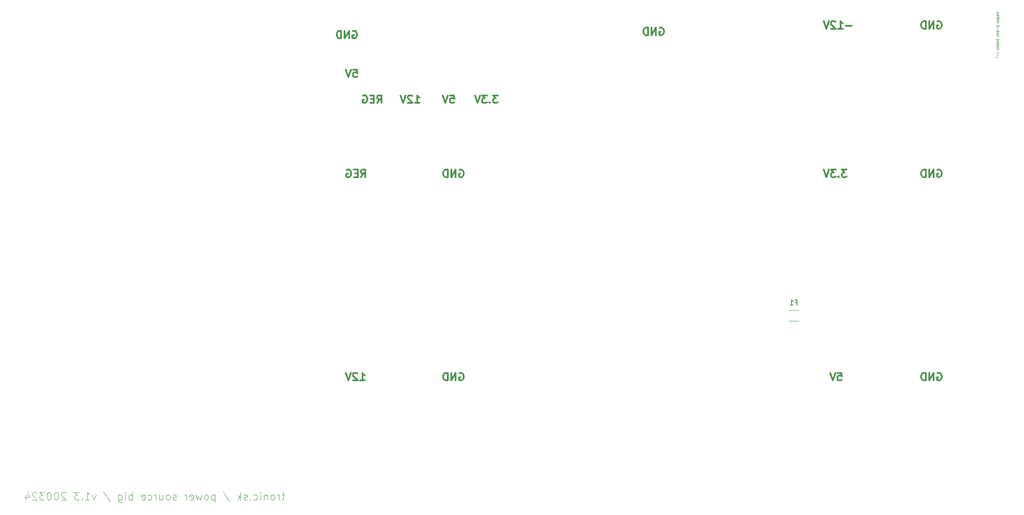
<source format=gbo>
G04 #@! TF.FileFunction,Legend,Bot*
%FSLAX46Y46*%
G04 Gerber Fmt 4.6, Leading zero omitted, Abs format (unit mm)*
G04 Created by KiCad (PCBNEW 4.0.7) date 03/24/20 22:25:04*
%MOMM*%
%LPD*%
G01*
G04 APERTURE LIST*
%ADD10C,0.100000*%
%ADD11C,0.300000*%
%ADD12C,0.125000*%
%ADD13C,0.120000*%
%ADD14C,0.150000*%
G04 APERTURE END LIST*
D10*
X271879190Y-26257811D02*
X271379190Y-26257811D01*
X271879190Y-26472096D02*
X271617286Y-26472096D01*
X271569667Y-26448287D01*
X271545857Y-26400668D01*
X271545857Y-26329239D01*
X271569667Y-26281620D01*
X271593476Y-26257811D01*
X271879190Y-26924477D02*
X271617286Y-26924477D01*
X271569667Y-26900668D01*
X271545857Y-26853049D01*
X271545857Y-26757811D01*
X271569667Y-26710192D01*
X271855381Y-26924477D02*
X271879190Y-26876858D01*
X271879190Y-26757811D01*
X271855381Y-26710192D01*
X271807762Y-26686382D01*
X271760143Y-26686382D01*
X271712524Y-26710192D01*
X271688714Y-26757811D01*
X271688714Y-26876858D01*
X271664905Y-26924477D01*
X271545857Y-27162573D02*
X272045857Y-27162573D01*
X271569667Y-27162573D02*
X271545857Y-27210192D01*
X271545857Y-27305430D01*
X271569667Y-27353049D01*
X271593476Y-27376858D01*
X271641095Y-27400668D01*
X271783952Y-27400668D01*
X271831571Y-27376858D01*
X271855381Y-27353049D01*
X271879190Y-27305430D01*
X271879190Y-27210192D01*
X271855381Y-27162573D01*
X271545857Y-27614954D02*
X272045857Y-27614954D01*
X271569667Y-27614954D02*
X271545857Y-27662573D01*
X271545857Y-27757811D01*
X271569667Y-27805430D01*
X271593476Y-27829239D01*
X271641095Y-27853049D01*
X271783952Y-27853049D01*
X271831571Y-27829239D01*
X271855381Y-27805430D01*
X271879190Y-27757811D01*
X271879190Y-27662573D01*
X271855381Y-27614954D01*
X271545857Y-28019716D02*
X271879190Y-28138763D01*
X271545857Y-28257811D02*
X271879190Y-28138763D01*
X271998238Y-28091144D01*
X272022048Y-28067335D01*
X272045857Y-28019716D01*
X271879190Y-28829239D02*
X271379190Y-28829239D01*
X271569667Y-28829239D02*
X271545857Y-28876858D01*
X271545857Y-28972096D01*
X271569667Y-29019715D01*
X271593476Y-29043524D01*
X271641095Y-29067334D01*
X271783952Y-29067334D01*
X271831571Y-29043524D01*
X271855381Y-29019715D01*
X271879190Y-28972096D01*
X271879190Y-28876858D01*
X271855381Y-28829239D01*
X271688714Y-29281620D02*
X271688714Y-29662572D01*
X271879190Y-30114953D02*
X271379190Y-30114953D01*
X271855381Y-30114953D02*
X271879190Y-30067334D01*
X271879190Y-29972096D01*
X271855381Y-29924477D01*
X271831571Y-29900668D01*
X271783952Y-29876858D01*
X271641095Y-29876858D01*
X271593476Y-29900668D01*
X271569667Y-29924477D01*
X271545857Y-29972096D01*
X271545857Y-30067334D01*
X271569667Y-30114953D01*
X271879190Y-30567334D02*
X271617286Y-30567334D01*
X271569667Y-30543525D01*
X271545857Y-30495906D01*
X271545857Y-30400668D01*
X271569667Y-30353049D01*
X271855381Y-30567334D02*
X271879190Y-30519715D01*
X271879190Y-30400668D01*
X271855381Y-30353049D01*
X271807762Y-30329239D01*
X271760143Y-30329239D01*
X271712524Y-30353049D01*
X271688714Y-30400668D01*
X271688714Y-30519715D01*
X271664905Y-30567334D01*
X271545857Y-30757811D02*
X271879190Y-30876858D01*
X271545857Y-30995906D02*
X271879190Y-30876858D01*
X271998238Y-30829239D01*
X272022048Y-30805430D01*
X272045857Y-30757811D01*
X271879190Y-31567334D02*
X271379190Y-31567334D01*
X271379190Y-31686381D01*
X271403000Y-31757810D01*
X271450619Y-31805429D01*
X271498238Y-31829238D01*
X271593476Y-31853048D01*
X271664905Y-31853048D01*
X271760143Y-31829238D01*
X271807762Y-31805429D01*
X271855381Y-31757810D01*
X271879190Y-31686381D01*
X271879190Y-31567334D01*
X271879190Y-32138762D02*
X271855381Y-32091143D01*
X271831571Y-32067334D01*
X271783952Y-32043524D01*
X271641095Y-32043524D01*
X271593476Y-32067334D01*
X271569667Y-32091143D01*
X271545857Y-32138762D01*
X271545857Y-32210191D01*
X271569667Y-32257810D01*
X271593476Y-32281619D01*
X271641095Y-32305429D01*
X271783952Y-32305429D01*
X271831571Y-32281619D01*
X271855381Y-32257810D01*
X271879190Y-32210191D01*
X271879190Y-32138762D01*
X271879190Y-32734000D02*
X271379190Y-32734000D01*
X271855381Y-32734000D02*
X271879190Y-32686381D01*
X271879190Y-32591143D01*
X271855381Y-32543524D01*
X271831571Y-32519715D01*
X271783952Y-32495905D01*
X271641095Y-32495905D01*
X271593476Y-32519715D01*
X271569667Y-32543524D01*
X271545857Y-32591143D01*
X271545857Y-32686381D01*
X271569667Y-32734000D01*
X271879190Y-32972096D02*
X271379190Y-32972096D01*
X271688714Y-33019715D02*
X271879190Y-33162572D01*
X271545857Y-33162572D02*
X271736333Y-32972096D01*
X271879190Y-33448286D02*
X271855381Y-33400667D01*
X271831571Y-33376858D01*
X271783952Y-33353048D01*
X271641095Y-33353048D01*
X271593476Y-33376858D01*
X271569667Y-33400667D01*
X271545857Y-33448286D01*
X271545857Y-33519715D01*
X271569667Y-33567334D01*
X271593476Y-33591143D01*
X271641095Y-33614953D01*
X271783952Y-33614953D01*
X271831571Y-33591143D01*
X271855381Y-33567334D01*
X271879190Y-33519715D01*
X271879190Y-33448286D01*
X271831571Y-34210191D02*
X271855381Y-34234000D01*
X271879190Y-34210191D01*
X271855381Y-34186381D01*
X271831571Y-34210191D01*
X271879190Y-34210191D01*
X271569667Y-34210191D02*
X271593476Y-34234000D01*
X271617286Y-34210191D01*
X271593476Y-34186381D01*
X271569667Y-34210191D01*
X271617286Y-34210191D01*
X271688714Y-34448286D02*
X271688714Y-34829238D01*
X271379190Y-35138762D02*
X271498238Y-35138762D01*
X271450619Y-35019715D02*
X271498238Y-35138762D01*
X271450619Y-35257810D01*
X271593476Y-35067334D02*
X271498238Y-35138762D01*
X271593476Y-35210191D01*
D11*
X205231572Y-29349000D02*
X205374429Y-29277571D01*
X205588715Y-29277571D01*
X205803000Y-29349000D01*
X205945858Y-29491857D01*
X206017286Y-29634714D01*
X206088715Y-29920429D01*
X206088715Y-30134714D01*
X206017286Y-30420429D01*
X205945858Y-30563286D01*
X205803000Y-30706143D01*
X205588715Y-30777571D01*
X205445858Y-30777571D01*
X205231572Y-30706143D01*
X205160143Y-30634714D01*
X205160143Y-30134714D01*
X205445858Y-30134714D01*
X204517286Y-30777571D02*
X204517286Y-29277571D01*
X203660143Y-30777571D01*
X203660143Y-29277571D01*
X202945857Y-30777571D02*
X202945857Y-29277571D01*
X202588714Y-29277571D01*
X202374429Y-29349000D01*
X202231571Y-29491857D01*
X202160143Y-29634714D01*
X202088714Y-29920429D01*
X202088714Y-30134714D01*
X202160143Y-30420429D01*
X202231571Y-30563286D01*
X202374429Y-30706143D01*
X202588714Y-30777571D01*
X202945857Y-30777571D01*
X157177999Y-44112571D02*
X158035142Y-44112571D01*
X157606570Y-44112571D02*
X157606570Y-42612571D01*
X157749427Y-42826857D01*
X157892285Y-42969714D01*
X158035142Y-43041143D01*
X156606571Y-42755429D02*
X156535142Y-42684000D01*
X156392285Y-42612571D01*
X156035142Y-42612571D01*
X155892285Y-42684000D01*
X155820856Y-42755429D01*
X155749428Y-42898286D01*
X155749428Y-43041143D01*
X155820856Y-43255429D01*
X156677999Y-44112571D01*
X155749428Y-44112571D01*
X155320857Y-42612571D02*
X154820857Y-44112571D01*
X154320857Y-42612571D01*
X173425856Y-42612571D02*
X172497285Y-42612571D01*
X172997285Y-43184000D01*
X172782999Y-43184000D01*
X172640142Y-43255429D01*
X172568713Y-43326857D01*
X172497285Y-43469714D01*
X172497285Y-43826857D01*
X172568713Y-43969714D01*
X172640142Y-44041143D01*
X172782999Y-44112571D01*
X173211571Y-44112571D01*
X173354428Y-44041143D01*
X173425856Y-43969714D01*
X171854428Y-43969714D02*
X171783000Y-44041143D01*
X171854428Y-44112571D01*
X171925857Y-44041143D01*
X171854428Y-43969714D01*
X171854428Y-44112571D01*
X171282999Y-42612571D02*
X170354428Y-42612571D01*
X170854428Y-43184000D01*
X170640142Y-43184000D01*
X170497285Y-43255429D01*
X170425856Y-43326857D01*
X170354428Y-43469714D01*
X170354428Y-43826857D01*
X170425856Y-43969714D01*
X170497285Y-44041143D01*
X170640142Y-44112571D01*
X171068714Y-44112571D01*
X171211571Y-44041143D01*
X171282999Y-43969714D01*
X169925857Y-42612571D02*
X169425857Y-44112571D01*
X168925857Y-42612571D01*
X164075856Y-42612571D02*
X164790142Y-42612571D01*
X164861571Y-43326857D01*
X164790142Y-43255429D01*
X164647285Y-43184000D01*
X164290142Y-43184000D01*
X164147285Y-43255429D01*
X164075856Y-43326857D01*
X164004428Y-43469714D01*
X164004428Y-43826857D01*
X164075856Y-43969714D01*
X164147285Y-44041143D01*
X164290142Y-44112571D01*
X164647285Y-44112571D01*
X164790142Y-44041143D01*
X164861571Y-43969714D01*
X163575857Y-42612571D02*
X163075857Y-44112571D01*
X162575857Y-42612571D01*
X146525857Y-58717571D02*
X147025857Y-58003286D01*
X147383000Y-58717571D02*
X147383000Y-57217571D01*
X146811572Y-57217571D01*
X146668714Y-57289000D01*
X146597286Y-57360429D01*
X146525857Y-57503286D01*
X146525857Y-57717571D01*
X146597286Y-57860429D01*
X146668714Y-57931857D01*
X146811572Y-58003286D01*
X147383000Y-58003286D01*
X145883000Y-57931857D02*
X145383000Y-57931857D01*
X145168714Y-58717571D02*
X145883000Y-58717571D01*
X145883000Y-57217571D01*
X145168714Y-57217571D01*
X143740143Y-57289000D02*
X143883000Y-57217571D01*
X144097286Y-57217571D01*
X144311571Y-57289000D01*
X144454429Y-57431857D01*
X144525857Y-57574714D01*
X144597286Y-57860429D01*
X144597286Y-58074714D01*
X144525857Y-58360429D01*
X144454429Y-58503286D01*
X144311571Y-58646143D01*
X144097286Y-58717571D01*
X143954429Y-58717571D01*
X143740143Y-58646143D01*
X143668714Y-58574714D01*
X143668714Y-58074714D01*
X143954429Y-58074714D01*
X165861572Y-57289000D02*
X166004429Y-57217571D01*
X166218715Y-57217571D01*
X166433000Y-57289000D01*
X166575858Y-57431857D01*
X166647286Y-57574714D01*
X166718715Y-57860429D01*
X166718715Y-58074714D01*
X166647286Y-58360429D01*
X166575858Y-58503286D01*
X166433000Y-58646143D01*
X166218715Y-58717571D01*
X166075858Y-58717571D01*
X165861572Y-58646143D01*
X165790143Y-58574714D01*
X165790143Y-58074714D01*
X166075858Y-58074714D01*
X165147286Y-58717571D02*
X165147286Y-57217571D01*
X164290143Y-58717571D01*
X164290143Y-57217571D01*
X163575857Y-58717571D02*
X163575857Y-57217571D01*
X163218714Y-57217571D01*
X163004429Y-57289000D01*
X162861571Y-57431857D01*
X162790143Y-57574714D01*
X162718714Y-57860429D01*
X162718714Y-58074714D01*
X162790143Y-58360429D01*
X162861571Y-58503286D01*
X163004429Y-58646143D01*
X163218714Y-58717571D01*
X163575857Y-58717571D01*
X165861572Y-97294000D02*
X166004429Y-97222571D01*
X166218715Y-97222571D01*
X166433000Y-97294000D01*
X166575858Y-97436857D01*
X166647286Y-97579714D01*
X166718715Y-97865429D01*
X166718715Y-98079714D01*
X166647286Y-98365429D01*
X166575858Y-98508286D01*
X166433000Y-98651143D01*
X166218715Y-98722571D01*
X166075858Y-98722571D01*
X165861572Y-98651143D01*
X165790143Y-98579714D01*
X165790143Y-98079714D01*
X166075858Y-98079714D01*
X165147286Y-98722571D02*
X165147286Y-97222571D01*
X164290143Y-98722571D01*
X164290143Y-97222571D01*
X163575857Y-98722571D02*
X163575857Y-97222571D01*
X163218714Y-97222571D01*
X163004429Y-97294000D01*
X162861571Y-97436857D01*
X162790143Y-97579714D01*
X162718714Y-97865429D01*
X162718714Y-98079714D01*
X162790143Y-98365429D01*
X162861571Y-98508286D01*
X163004429Y-98651143D01*
X163218714Y-98722571D01*
X163575857Y-98722571D01*
X146382999Y-98722571D02*
X147240142Y-98722571D01*
X146811570Y-98722571D02*
X146811570Y-97222571D01*
X146954427Y-97436857D01*
X147097285Y-97579714D01*
X147240142Y-97651143D01*
X145811571Y-97365429D02*
X145740142Y-97294000D01*
X145597285Y-97222571D01*
X145240142Y-97222571D01*
X145097285Y-97294000D01*
X145025856Y-97365429D01*
X144954428Y-97508286D01*
X144954428Y-97651143D01*
X145025856Y-97865429D01*
X145882999Y-98722571D01*
X144954428Y-98722571D01*
X144525857Y-97222571D02*
X144025857Y-98722571D01*
X143525857Y-97222571D01*
X240275856Y-97222571D02*
X240990142Y-97222571D01*
X241061571Y-97936857D01*
X240990142Y-97865429D01*
X240847285Y-97794000D01*
X240490142Y-97794000D01*
X240347285Y-97865429D01*
X240275856Y-97936857D01*
X240204428Y-98079714D01*
X240204428Y-98436857D01*
X240275856Y-98579714D01*
X240347285Y-98651143D01*
X240490142Y-98722571D01*
X240847285Y-98722571D01*
X240990142Y-98651143D01*
X241061571Y-98579714D01*
X239775857Y-97222571D02*
X239275857Y-98722571D01*
X238775857Y-97222571D01*
X259841572Y-97294000D02*
X259984429Y-97222571D01*
X260198715Y-97222571D01*
X260413000Y-97294000D01*
X260555858Y-97436857D01*
X260627286Y-97579714D01*
X260698715Y-97865429D01*
X260698715Y-98079714D01*
X260627286Y-98365429D01*
X260555858Y-98508286D01*
X260413000Y-98651143D01*
X260198715Y-98722571D01*
X260055858Y-98722571D01*
X259841572Y-98651143D01*
X259770143Y-98579714D01*
X259770143Y-98079714D01*
X260055858Y-98079714D01*
X259127286Y-98722571D02*
X259127286Y-97222571D01*
X258270143Y-98722571D01*
X258270143Y-97222571D01*
X257555857Y-98722571D02*
X257555857Y-97222571D01*
X257198714Y-97222571D01*
X256984429Y-97294000D01*
X256841571Y-97436857D01*
X256770143Y-97579714D01*
X256698714Y-97865429D01*
X256698714Y-98079714D01*
X256770143Y-98365429D01*
X256841571Y-98508286D01*
X256984429Y-98651143D01*
X257198714Y-98722571D01*
X257555857Y-98722571D01*
X259841572Y-57289000D02*
X259984429Y-57217571D01*
X260198715Y-57217571D01*
X260413000Y-57289000D01*
X260555858Y-57431857D01*
X260627286Y-57574714D01*
X260698715Y-57860429D01*
X260698715Y-58074714D01*
X260627286Y-58360429D01*
X260555858Y-58503286D01*
X260413000Y-58646143D01*
X260198715Y-58717571D01*
X260055858Y-58717571D01*
X259841572Y-58646143D01*
X259770143Y-58574714D01*
X259770143Y-58074714D01*
X260055858Y-58074714D01*
X259127286Y-58717571D02*
X259127286Y-57217571D01*
X258270143Y-58717571D01*
X258270143Y-57217571D01*
X257555857Y-58717571D02*
X257555857Y-57217571D01*
X257198714Y-57217571D01*
X256984429Y-57289000D01*
X256841571Y-57431857D01*
X256770143Y-57574714D01*
X256698714Y-57860429D01*
X256698714Y-58074714D01*
X256770143Y-58360429D01*
X256841571Y-58503286D01*
X256984429Y-58646143D01*
X257198714Y-58717571D01*
X257555857Y-58717571D01*
X242005856Y-57217571D02*
X241077285Y-57217571D01*
X241577285Y-57789000D01*
X241362999Y-57789000D01*
X241220142Y-57860429D01*
X241148713Y-57931857D01*
X241077285Y-58074714D01*
X241077285Y-58431857D01*
X241148713Y-58574714D01*
X241220142Y-58646143D01*
X241362999Y-58717571D01*
X241791571Y-58717571D01*
X241934428Y-58646143D01*
X242005856Y-58574714D01*
X240434428Y-58574714D02*
X240363000Y-58646143D01*
X240434428Y-58717571D01*
X240505857Y-58646143D01*
X240434428Y-58574714D01*
X240434428Y-58717571D01*
X239862999Y-57217571D02*
X238934428Y-57217571D01*
X239434428Y-57789000D01*
X239220142Y-57789000D01*
X239077285Y-57860429D01*
X239005856Y-57931857D01*
X238934428Y-58074714D01*
X238934428Y-58431857D01*
X239005856Y-58574714D01*
X239077285Y-58646143D01*
X239220142Y-58717571D01*
X239648714Y-58717571D01*
X239791571Y-58646143D01*
X239862999Y-58574714D01*
X238505857Y-57217571D02*
X238005857Y-58717571D01*
X237505857Y-57217571D01*
X259841572Y-28079000D02*
X259984429Y-28007571D01*
X260198715Y-28007571D01*
X260413000Y-28079000D01*
X260555858Y-28221857D01*
X260627286Y-28364714D01*
X260698715Y-28650429D01*
X260698715Y-28864714D01*
X260627286Y-29150429D01*
X260555858Y-29293286D01*
X260413000Y-29436143D01*
X260198715Y-29507571D01*
X260055858Y-29507571D01*
X259841572Y-29436143D01*
X259770143Y-29364714D01*
X259770143Y-28864714D01*
X260055858Y-28864714D01*
X259127286Y-29507571D02*
X259127286Y-28007571D01*
X258270143Y-29507571D01*
X258270143Y-28007571D01*
X257555857Y-29507571D02*
X257555857Y-28007571D01*
X257198714Y-28007571D01*
X256984429Y-28079000D01*
X256841571Y-28221857D01*
X256770143Y-28364714D01*
X256698714Y-28650429D01*
X256698714Y-28864714D01*
X256770143Y-29150429D01*
X256841571Y-29293286D01*
X256984429Y-29436143D01*
X257198714Y-29507571D01*
X257555857Y-29507571D01*
X243005856Y-28936143D02*
X241862999Y-28936143D01*
X240362999Y-29507571D02*
X241220142Y-29507571D01*
X240791570Y-29507571D02*
X240791570Y-28007571D01*
X240934427Y-28221857D01*
X241077285Y-28364714D01*
X241220142Y-28436143D01*
X239791571Y-28150429D02*
X239720142Y-28079000D01*
X239577285Y-28007571D01*
X239220142Y-28007571D01*
X239077285Y-28079000D01*
X239005856Y-28150429D01*
X238934428Y-28293286D01*
X238934428Y-28436143D01*
X239005856Y-28650429D01*
X239862999Y-29507571D01*
X238934428Y-29507571D01*
X238505857Y-28007571D02*
X238005857Y-29507571D01*
X237505857Y-28007571D01*
X144906572Y-29984000D02*
X145049429Y-29912571D01*
X145263715Y-29912571D01*
X145478000Y-29984000D01*
X145620858Y-30126857D01*
X145692286Y-30269714D01*
X145763715Y-30555429D01*
X145763715Y-30769714D01*
X145692286Y-31055429D01*
X145620858Y-31198286D01*
X145478000Y-31341143D01*
X145263715Y-31412571D01*
X145120858Y-31412571D01*
X144906572Y-31341143D01*
X144835143Y-31269714D01*
X144835143Y-30769714D01*
X145120858Y-30769714D01*
X144192286Y-31412571D02*
X144192286Y-29912571D01*
X143335143Y-31412571D01*
X143335143Y-29912571D01*
X142620857Y-31412571D02*
X142620857Y-29912571D01*
X142263714Y-29912571D01*
X142049429Y-29984000D01*
X141906571Y-30126857D01*
X141835143Y-30269714D01*
X141763714Y-30555429D01*
X141763714Y-30769714D01*
X141835143Y-31055429D01*
X141906571Y-31198286D01*
X142049429Y-31341143D01*
X142263714Y-31412571D01*
X142620857Y-31412571D01*
X145025856Y-37532571D02*
X145740142Y-37532571D01*
X145811571Y-38246857D01*
X145740142Y-38175429D01*
X145597285Y-38104000D01*
X145240142Y-38104000D01*
X145097285Y-38175429D01*
X145025856Y-38246857D01*
X144954428Y-38389714D01*
X144954428Y-38746857D01*
X145025856Y-38889714D01*
X145097285Y-38961143D01*
X145240142Y-39032571D01*
X145597285Y-39032571D01*
X145740142Y-38961143D01*
X145811571Y-38889714D01*
X144525857Y-37532571D02*
X144025857Y-39032571D01*
X143525857Y-37532571D01*
X149700857Y-44112571D02*
X150200857Y-43398286D01*
X150558000Y-44112571D02*
X150558000Y-42612571D01*
X149986572Y-42612571D01*
X149843714Y-42684000D01*
X149772286Y-42755429D01*
X149700857Y-42898286D01*
X149700857Y-43112571D01*
X149772286Y-43255429D01*
X149843714Y-43326857D01*
X149986572Y-43398286D01*
X150558000Y-43398286D01*
X149058000Y-43326857D02*
X148558000Y-43326857D01*
X148343714Y-44112571D02*
X149058000Y-44112571D01*
X149058000Y-42612571D01*
X148343714Y-42612571D01*
X146915143Y-42684000D02*
X147058000Y-42612571D01*
X147272286Y-42612571D01*
X147486571Y-42684000D01*
X147629429Y-42826857D01*
X147700857Y-42969714D01*
X147772286Y-43255429D01*
X147772286Y-43469714D01*
X147700857Y-43755429D01*
X147629429Y-43898286D01*
X147486571Y-44041143D01*
X147272286Y-44112571D01*
X147129429Y-44112571D01*
X146915143Y-44041143D01*
X146843714Y-43969714D01*
X146843714Y-43469714D01*
X147129429Y-43469714D01*
D12*
X131489427Y-121217571D02*
X130917998Y-121217571D01*
X131275141Y-120717571D02*
X131275141Y-122003286D01*
X131203713Y-122146143D01*
X131060855Y-122217571D01*
X130917998Y-122217571D01*
X130417998Y-122217571D02*
X130417998Y-121217571D01*
X130417998Y-121503286D02*
X130346570Y-121360429D01*
X130275141Y-121289000D01*
X130132284Y-121217571D01*
X129989427Y-121217571D01*
X129275141Y-122217571D02*
X129417999Y-122146143D01*
X129489427Y-122074714D01*
X129560856Y-121931857D01*
X129560856Y-121503286D01*
X129489427Y-121360429D01*
X129417999Y-121289000D01*
X129275141Y-121217571D01*
X129060856Y-121217571D01*
X128917999Y-121289000D01*
X128846570Y-121360429D01*
X128775141Y-121503286D01*
X128775141Y-121931857D01*
X128846570Y-122074714D01*
X128917999Y-122146143D01*
X129060856Y-122217571D01*
X129275141Y-122217571D01*
X128132284Y-121217571D02*
X128132284Y-122217571D01*
X128132284Y-121360429D02*
X128060856Y-121289000D01*
X127917998Y-121217571D01*
X127703713Y-121217571D01*
X127560856Y-121289000D01*
X127489427Y-121431857D01*
X127489427Y-122217571D01*
X126775141Y-122217571D02*
X126775141Y-121217571D01*
X126775141Y-120717571D02*
X126846570Y-120789000D01*
X126775141Y-120860429D01*
X126703713Y-120789000D01*
X126775141Y-120717571D01*
X126775141Y-120860429D01*
X125417998Y-122146143D02*
X125560855Y-122217571D01*
X125846569Y-122217571D01*
X125989427Y-122146143D01*
X126060855Y-122074714D01*
X126132284Y-121931857D01*
X126132284Y-121503286D01*
X126060855Y-121360429D01*
X125989427Y-121289000D01*
X125846569Y-121217571D01*
X125560855Y-121217571D01*
X125417998Y-121289000D01*
X124775141Y-122074714D02*
X124703713Y-122146143D01*
X124775141Y-122217571D01*
X124846570Y-122146143D01*
X124775141Y-122074714D01*
X124775141Y-122217571D01*
X124132284Y-122146143D02*
X123989427Y-122217571D01*
X123703712Y-122217571D01*
X123560855Y-122146143D01*
X123489427Y-122003286D01*
X123489427Y-121931857D01*
X123560855Y-121789000D01*
X123703712Y-121717571D01*
X123917998Y-121717571D01*
X124060855Y-121646143D01*
X124132284Y-121503286D01*
X124132284Y-121431857D01*
X124060855Y-121289000D01*
X123917998Y-121217571D01*
X123703712Y-121217571D01*
X123560855Y-121289000D01*
X122846569Y-122217571D02*
X122846569Y-120717571D01*
X122703712Y-121646143D02*
X122275141Y-122217571D01*
X122275141Y-121217571D02*
X122846569Y-121789000D01*
X119417998Y-120646143D02*
X120703712Y-122574714D01*
X117775140Y-121217571D02*
X117775140Y-122717571D01*
X117775140Y-121289000D02*
X117632283Y-121217571D01*
X117346569Y-121217571D01*
X117203712Y-121289000D01*
X117132283Y-121360429D01*
X117060854Y-121503286D01*
X117060854Y-121931857D01*
X117132283Y-122074714D01*
X117203712Y-122146143D01*
X117346569Y-122217571D01*
X117632283Y-122217571D01*
X117775140Y-122146143D01*
X116203711Y-122217571D02*
X116346569Y-122146143D01*
X116417997Y-122074714D01*
X116489426Y-121931857D01*
X116489426Y-121503286D01*
X116417997Y-121360429D01*
X116346569Y-121289000D01*
X116203711Y-121217571D01*
X115989426Y-121217571D01*
X115846569Y-121289000D01*
X115775140Y-121360429D01*
X115703711Y-121503286D01*
X115703711Y-121931857D01*
X115775140Y-122074714D01*
X115846569Y-122146143D01*
X115989426Y-122217571D01*
X116203711Y-122217571D01*
X115203711Y-121217571D02*
X114917997Y-122217571D01*
X114632283Y-121503286D01*
X114346568Y-122217571D01*
X114060854Y-121217571D01*
X112917997Y-122146143D02*
X113060854Y-122217571D01*
X113346568Y-122217571D01*
X113489425Y-122146143D01*
X113560854Y-122003286D01*
X113560854Y-121431857D01*
X113489425Y-121289000D01*
X113346568Y-121217571D01*
X113060854Y-121217571D01*
X112917997Y-121289000D01*
X112846568Y-121431857D01*
X112846568Y-121574714D01*
X113560854Y-121717571D01*
X112203711Y-122217571D02*
X112203711Y-121217571D01*
X112203711Y-121503286D02*
X112132283Y-121360429D01*
X112060854Y-121289000D01*
X111917997Y-121217571D01*
X111775140Y-121217571D01*
X110203712Y-122146143D02*
X110060855Y-122217571D01*
X109775140Y-122217571D01*
X109632283Y-122146143D01*
X109560855Y-122003286D01*
X109560855Y-121931857D01*
X109632283Y-121789000D01*
X109775140Y-121717571D01*
X109989426Y-121717571D01*
X110132283Y-121646143D01*
X110203712Y-121503286D01*
X110203712Y-121431857D01*
X110132283Y-121289000D01*
X109989426Y-121217571D01*
X109775140Y-121217571D01*
X109632283Y-121289000D01*
X108703711Y-122217571D02*
X108846569Y-122146143D01*
X108917997Y-122074714D01*
X108989426Y-121931857D01*
X108989426Y-121503286D01*
X108917997Y-121360429D01*
X108846569Y-121289000D01*
X108703711Y-121217571D01*
X108489426Y-121217571D01*
X108346569Y-121289000D01*
X108275140Y-121360429D01*
X108203711Y-121503286D01*
X108203711Y-121931857D01*
X108275140Y-122074714D01*
X108346569Y-122146143D01*
X108489426Y-122217571D01*
X108703711Y-122217571D01*
X106917997Y-121217571D02*
X106917997Y-122217571D01*
X107560854Y-121217571D02*
X107560854Y-122003286D01*
X107489426Y-122146143D01*
X107346568Y-122217571D01*
X107132283Y-122217571D01*
X106989426Y-122146143D01*
X106917997Y-122074714D01*
X106203711Y-122217571D02*
X106203711Y-121217571D01*
X106203711Y-121503286D02*
X106132283Y-121360429D01*
X106060854Y-121289000D01*
X105917997Y-121217571D01*
X105775140Y-121217571D01*
X104632283Y-122146143D02*
X104775140Y-122217571D01*
X105060854Y-122217571D01*
X105203712Y-122146143D01*
X105275140Y-122074714D01*
X105346569Y-121931857D01*
X105346569Y-121503286D01*
X105275140Y-121360429D01*
X105203712Y-121289000D01*
X105060854Y-121217571D01*
X104775140Y-121217571D01*
X104632283Y-121289000D01*
X103417998Y-122146143D02*
X103560855Y-122217571D01*
X103846569Y-122217571D01*
X103989426Y-122146143D01*
X104060855Y-122003286D01*
X104060855Y-121431857D01*
X103989426Y-121289000D01*
X103846569Y-121217571D01*
X103560855Y-121217571D01*
X103417998Y-121289000D01*
X103346569Y-121431857D01*
X103346569Y-121574714D01*
X104060855Y-121717571D01*
X101560855Y-122217571D02*
X101560855Y-120717571D01*
X101560855Y-121289000D02*
X101417998Y-121217571D01*
X101132284Y-121217571D01*
X100989427Y-121289000D01*
X100917998Y-121360429D01*
X100846569Y-121503286D01*
X100846569Y-121931857D01*
X100917998Y-122074714D01*
X100989427Y-122146143D01*
X101132284Y-122217571D01*
X101417998Y-122217571D01*
X101560855Y-122146143D01*
X100203712Y-122217571D02*
X100203712Y-121217571D01*
X100203712Y-120717571D02*
X100275141Y-120789000D01*
X100203712Y-120860429D01*
X100132284Y-120789000D01*
X100203712Y-120717571D01*
X100203712Y-120860429D01*
X98846569Y-121217571D02*
X98846569Y-122431857D01*
X98917998Y-122574714D01*
X98989426Y-122646143D01*
X99132283Y-122717571D01*
X99346569Y-122717571D01*
X99489426Y-122646143D01*
X98846569Y-122146143D02*
X98989426Y-122217571D01*
X99275140Y-122217571D01*
X99417998Y-122146143D01*
X99489426Y-122074714D01*
X99560855Y-121931857D01*
X99560855Y-121503286D01*
X99489426Y-121360429D01*
X99417998Y-121289000D01*
X99275140Y-121217571D01*
X98989426Y-121217571D01*
X98846569Y-121289000D01*
X95917998Y-120646143D02*
X97203712Y-122574714D01*
X94417997Y-121217571D02*
X94060854Y-122217571D01*
X93703712Y-121217571D01*
X92346569Y-122217571D02*
X93203712Y-122217571D01*
X92775140Y-122217571D02*
X92775140Y-120717571D01*
X92917997Y-120931857D01*
X93060855Y-121074714D01*
X93203712Y-121146143D01*
X91703712Y-122074714D02*
X91632284Y-122146143D01*
X91703712Y-122217571D01*
X91775141Y-122146143D01*
X91703712Y-122074714D01*
X91703712Y-122217571D01*
X91132283Y-120717571D02*
X90203712Y-120717571D01*
X90703712Y-121289000D01*
X90489426Y-121289000D01*
X90346569Y-121360429D01*
X90275140Y-121431857D01*
X90203712Y-121574714D01*
X90203712Y-121931857D01*
X90275140Y-122074714D01*
X90346569Y-122146143D01*
X90489426Y-122217571D01*
X90917998Y-122217571D01*
X91060855Y-122146143D01*
X91132283Y-122074714D01*
X88489427Y-120860429D02*
X88417998Y-120789000D01*
X88275141Y-120717571D01*
X87917998Y-120717571D01*
X87775141Y-120789000D01*
X87703712Y-120860429D01*
X87632284Y-121003286D01*
X87632284Y-121146143D01*
X87703712Y-121360429D01*
X88560855Y-122217571D01*
X87632284Y-122217571D01*
X86703713Y-120717571D02*
X86560856Y-120717571D01*
X86417999Y-120789000D01*
X86346570Y-120860429D01*
X86275141Y-121003286D01*
X86203713Y-121289000D01*
X86203713Y-121646143D01*
X86275141Y-121931857D01*
X86346570Y-122074714D01*
X86417999Y-122146143D01*
X86560856Y-122217571D01*
X86703713Y-122217571D01*
X86846570Y-122146143D01*
X86917999Y-122074714D01*
X86989427Y-121931857D01*
X87060856Y-121646143D01*
X87060856Y-121289000D01*
X86989427Y-121003286D01*
X86917999Y-120860429D01*
X86846570Y-120789000D01*
X86703713Y-120717571D01*
X85275142Y-120717571D02*
X85132285Y-120717571D01*
X84989428Y-120789000D01*
X84917999Y-120860429D01*
X84846570Y-121003286D01*
X84775142Y-121289000D01*
X84775142Y-121646143D01*
X84846570Y-121931857D01*
X84917999Y-122074714D01*
X84989428Y-122146143D01*
X85132285Y-122217571D01*
X85275142Y-122217571D01*
X85417999Y-122146143D01*
X85489428Y-122074714D01*
X85560856Y-121931857D01*
X85632285Y-121646143D01*
X85632285Y-121289000D01*
X85560856Y-121003286D01*
X85489428Y-120860429D01*
X85417999Y-120789000D01*
X85275142Y-120717571D01*
X84275142Y-120717571D02*
X83346571Y-120717571D01*
X83846571Y-121289000D01*
X83632285Y-121289000D01*
X83489428Y-121360429D01*
X83417999Y-121431857D01*
X83346571Y-121574714D01*
X83346571Y-121931857D01*
X83417999Y-122074714D01*
X83489428Y-122146143D01*
X83632285Y-122217571D01*
X84060857Y-122217571D01*
X84203714Y-122146143D01*
X84275142Y-122074714D01*
X82775143Y-120860429D02*
X82703714Y-120789000D01*
X82560857Y-120717571D01*
X82203714Y-120717571D01*
X82060857Y-120789000D01*
X81989428Y-120860429D01*
X81918000Y-121003286D01*
X81918000Y-121146143D01*
X81989428Y-121360429D01*
X82846571Y-122217571D01*
X81918000Y-122217571D01*
X80632286Y-121217571D02*
X80632286Y-122217571D01*
X80989429Y-120646143D02*
X81346572Y-121717571D01*
X80418000Y-121717571D01*
D13*
X232648000Y-84909000D02*
X230648000Y-84909000D01*
X230648000Y-87049000D02*
X232648000Y-87049000D01*
D14*
X231981333Y-83367571D02*
X232314667Y-83367571D01*
X232314667Y-83891381D02*
X232314667Y-82891381D01*
X231838476Y-82891381D01*
X230933714Y-83891381D02*
X231505143Y-83891381D01*
X231219429Y-83891381D02*
X231219429Y-82891381D01*
X231314667Y-83034238D01*
X231409905Y-83129476D01*
X231505143Y-83177095D01*
M02*

</source>
